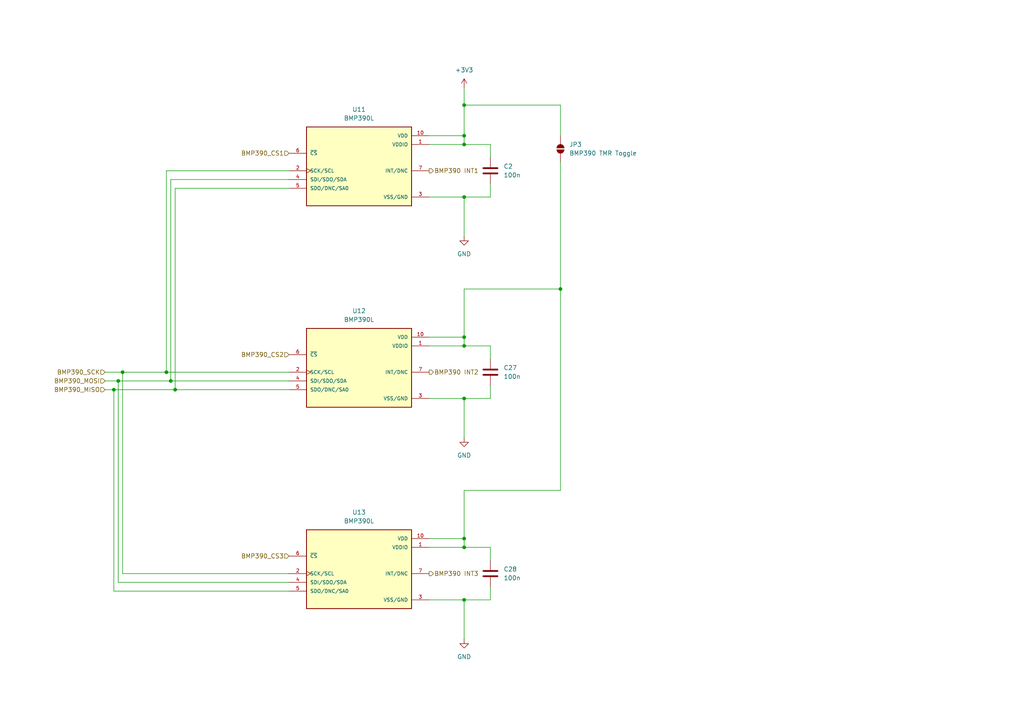
<source format=kicad_sch>
(kicad_sch (version 20250114) (generator "eeschema") (generator_version "9.0")
  (paper "A4")
  (title_block (title "BMP 390 Barometric Altimeter") (date "2025-11-05") (company "Liquid Rocketry at Illinois Airframe Avionics") (comment 1 "Designed by: Anthony J. Rodriguez (AE Student)"))
  (lib_symbols
    (symbol "BMP390L:BMP390L" (pin_names (offset 1.016))
      (property "Reference" "U" (at -15.24 15.24 0))
      (property "Value" "BMP390L" (at -15.24 -15.24 0))
      (symbol "BMP390L_0_0"
        (rectangle (start -15.24 -10.16) (end 15.24 12.7) (stroke (width 0.254)) (fill (type background)))
        (pin input line (at -20.32 5.08 0) (length 5.08) (name "~{CS}") (number "6"))
        (pin input clock (at -20.32 0 0) (length 5.08) (name "SCK/SCL") (number "2"))
        (pin bidirectional line (at -20.32 -2.54 0) (length 5.08) (name "SDI/SDO/SDA") (number "4"))
        (pin bidirectional line (at -20.32 -5.08 0) (length 5.08) (name "SDO/DNC/SA0") (number "5"))
        (pin power_in line (at 20.32 10.16 180) (length 5.08) (name "VDD") (number "10"))
        (pin power_in line (at 20.32 7.62 180) (length 5.08) (name "VDDIO") (number "1"))
        (pin output line (at 20.32 0 180) (length 5.08) (name "INT/DNC") (number "7"))
        (pin power_in line (at 20.32 -7.62 180) (length 5.08) (name "VSS/GND") (number "3"))
        (pin power_in line (at 20.32 -7.62 180) (length 5.08) (hide yes) (name "VSS/GND") (number "8"))
        (pin power_in line (at 20.32 -7.62 180) (length 5.08) (hide yes) (name "VSS/GND") (number "9"))
      )
    )
    (symbol "Device:C" (pin_numbers (hide yes)) (pin_names (offset 0.254))
      (property "Reference" "C" (at 0.635 2.54 0))
      (property "Value" "C" (at 0.635 -2.54 0))
      (symbol "C_0_1"
        (polyline (pts (xy -2.032 0.762) (xy 2.032 0.762)) (stroke (width 0.508)))
        (polyline (pts (xy -2.032 -0.762) (xy 2.032 -0.762)) (stroke (width 0.508)))
      )
      (symbol "C_1_1"
        (pin passive line (at 0 3.81 270) (length 2.794) (name "~") (number "1"))
        (pin passive line (at 0 -3.81 90) (length 2.794) (name "~") (number "2"))
      )
    )
    (symbol "Jumper:SolderJumper_2_Open" (pin_numbers (hide yes)) (pin_names (offset 0) (hide yes)) (in_bom no)
      (property "Reference" "JP" (at 0 2.032 0))
      (property "Value" "SolderJumper_2_Open" (at 0 -2.54 0))
      (symbol "SolderJumper_2_Open_0_1"
        (polyline (pts (xy -0.254 1.016) (xy -0.254 -1.016)))
        (arc (start -0.254 -1.016) (mid -1.2656 0) (end -0.254 1.016))
        (arc (start -0.254 -1.016) (mid -1.2656 0) (end -0.254 1.016) (fill (type outline)))
        (arc (start 0.254 1.016) (mid 1.2656 0) (end 0.254 -1.016))
        (arc (start 0.254 1.016) (mid 1.2656 0) (end 0.254 -1.016) (fill (type outline)))
        (polyline (pts (xy 0.254 1.016) (xy 0.254 -1.016)))
      )
      (symbol "SolderJumper_2_Open_1_1"
        (pin passive line (at -3.81 0 0) (length 2.54) (name "A") (number "1"))
        (pin passive line (at 3.81 0 180) (length 2.54) (name "B") (number "2"))
      )
    )
    (symbol "power:+3V3" (power) (pin_numbers (hide yes)) (pin_names (offset 0) (hide yes))
      (property "Value" "+3V3" (at 0 3.556 0))
      (symbol "+3V3_0_1"
        (polyline (pts (xy -0.762 1.27) (xy 0 2.54)))
        (polyline (pts (xy 0 2.54) (xy 0.762 1.27)))
        (polyline (pts (xy 0 0) (xy 0 2.54)))
      )
      (symbol "+3V3_1_1"
        (pin power_in line (at 0 0 90) (length 0) (name "~") (number "1"))
      )
    )
    (symbol "power:GND" (power) (pin_numbers (hide yes)) (pin_names (offset 0) (hide yes))
      (property "Value" "GND" (at 0 -3.81 0))
      (symbol "GND_0_1"
        (polyline (pts (xy 0 0) (xy 0 -1.27) (xy 1.27 -1.27) (xy 0 -2.54) (xy -1.27 -1.27) (xy 0 -1.27)))
      )
      (symbol "GND_1_1"
        (pin power_in line (at 0 0 270) (length 0) (name "~") (number "1"))
      )
    )
  )
  (junction (at 162.56 83.82))
  (junction (at 134.62 41.91))
  (junction (at 134.62 100.33))
  (junction (at 134.62 97.79))
  (junction (at 134.62 57.15))
  (junction (at 35.56 107.95))
  (junction (at 34.29 110.49))
  (junction (at 50.8 113.03))
  (junction (at 134.62 30.48))
  (junction (at 33.02 113.03))
  (junction (at 48.26 107.95))
  (junction (at 134.62 115.57))
  (junction (at 134.62 156.21))
  (junction (at 134.62 173.99))
  (junction (at 49.53 110.49))
  (junction (at 134.62 39.37))
  (junction (at 134.62 158.75))
  (wire (pts (xy 134.62 83.82) (xy 134.62 97.79)))
  (wire (pts (xy 134.62 57.15) (xy 134.62 68.58)))
  (wire (pts (xy 162.56 30.48) (xy 134.62 30.48)))
  (wire (pts (xy 134.62 142.24) (xy 162.56 142.24)))
  (wire (pts (xy 124.46 41.91) (xy 134.62 41.91)))
  (wire (pts (xy 142.24 57.15) (xy 134.62 57.15)))
  (wire (pts (xy 134.62 30.48) (xy 134.62 39.37)))
  (wire (pts (xy 142.24 158.75) (xy 134.62 158.75)))
  (wire (pts (xy 49.53 52.07) (xy 83.82 52.07)))
  (wire (pts (xy 49.53 52.07) (xy 49.53 110.49)))
  (wire (pts (xy 134.62 39.37) (xy 134.62 41.91)))
  (wire (pts (xy 162.56 83.82) (xy 162.56 46.99)))
  (wire (pts (xy 30.48 107.95) (xy 35.56 107.95)))
  (wire (pts (xy 49.53 110.49) (xy 83.82 110.49)))
  (wire (pts (xy 48.26 107.95) (xy 83.82 107.95)))
  (wire (pts (xy 124.46 173.99) (xy 134.62 173.99)))
  (wire (pts (xy 134.62 142.24) (xy 134.62 156.21)))
  (wire (pts (xy 124.46 97.79) (xy 134.62 97.79)))
  (wire (pts (xy 83.82 49.53) (xy 48.26 49.53)))
  (wire (pts (xy 142.24 41.91) (xy 142.24 45.72)))
  (wire (pts (xy 134.62 115.57) (xy 134.62 127)))
  (wire (pts (xy 142.24 53.34) (xy 142.24 57.15)))
  (wire (pts (xy 33.02 113.03) (xy 33.02 171.45)))
  (wire (pts (xy 124.46 158.75) (xy 134.62 158.75)))
  (wire (pts (xy 124.46 39.37) (xy 134.62 39.37)))
  (wire (pts (xy 142.24 170.18) (xy 142.24 173.99)))
  (wire (pts (xy 35.56 166.37) (xy 83.82 166.37)))
  (wire (pts (xy 50.8 54.61) (xy 83.82 54.61)))
  (wire (pts (xy 134.62 173.99) (xy 134.62 185.42)))
  (wire (pts (xy 142.24 100.33) (xy 134.62 100.33)))
  (wire (pts (xy 162.56 39.37) (xy 162.56 30.48)))
  (wire (pts (xy 124.46 115.57) (xy 134.62 115.57)))
  (wire (pts (xy 142.24 111.76) (xy 142.24 115.57)))
  (wire (pts (xy 34.29 110.49) (xy 49.53 110.49)))
  (wire (pts (xy 35.56 107.95) (xy 35.56 166.37)))
  (wire (pts (xy 34.29 110.49) (xy 34.29 168.91)))
  (wire (pts (xy 124.46 100.33) (xy 134.62 100.33)))
  (wire (pts (xy 142.24 41.91) (xy 134.62 41.91)))
  (wire (pts (xy 33.02 171.45) (xy 83.82 171.45)))
  (wire (pts (xy 34.29 168.91) (xy 83.82 168.91)))
  (wire (pts (xy 30.48 110.49) (xy 34.29 110.49)))
  (wire (pts (xy 35.56 107.95) (xy 48.26 107.95)))
  (wire (pts (xy 142.24 115.57) (xy 134.62 115.57)))
  (wire (pts (xy 142.24 100.33) (xy 142.24 104.14)))
  (wire (pts (xy 50.8 113.03) (xy 83.82 113.03)))
  (wire (pts (xy 50.8 113.03) (xy 50.8 54.61)))
  (wire (pts (xy 134.62 97.79) (xy 134.62 100.33)))
  (wire (pts (xy 134.62 156.21) (xy 134.62 158.75)))
  (wire (pts (xy 134.62 83.82) (xy 162.56 83.82)))
  (wire (pts (xy 142.24 158.75) (xy 142.24 162.56)))
  (wire (pts (xy 124.46 156.21) (xy 134.62 156.21)))
  (wire (pts (xy 33.02 113.03) (xy 50.8 113.03)))
  (wire (pts (xy 48.26 49.53) (xy 48.26 107.95)))
  (wire (pts (xy 162.56 142.24) (xy 162.56 83.82)))
  (wire (pts (xy 124.46 57.15) (xy 134.62 57.15)))
  (wire (pts (xy 142.24 173.99) (xy 134.62 173.99)))
  (wire (pts (xy 134.62 25.4) (xy 134.62 30.48)))
  (wire (pts (xy 30.48 113.03) (xy 33.02 113.03)))
  (hierarchical_label "BMP390_SCK" (shape input) (at 30.48 107.95 180))
  (hierarchical_label "BMP390 INT2" (shape output) (at 124.46 107.95 0))
  (hierarchical_label "BMP390_MOSI" (shape input) (at 30.48 110.49 180))
  (hierarchical_label "BMP390_CS1" (shape input) (at 83.82 44.45 180))
  (hierarchical_label "BMP390 INT3" (shape output) (at 124.46 166.37 0))
  (hierarchical_label "BMP390 INT1" (shape output) (at 124.46 49.53 0))
  (hierarchical_label "BMP390_CS2" (shape input) (at 83.82 102.87 180))
  (hierarchical_label "BMP390_MISO" (shape input) (at 30.48 113.03 180))
  (hierarchical_label "BMP390_CS3" (shape input) (at 83.82 161.29 180))
  (symbol (lib_id "Jumper:SolderJumper_2_Open") (at 162.56 43.18 90) (unit 1) (in_bom no)
    (property "Reference" "JP3" (at 165.1 41.9099 90) (effects (justify right)))
    (property "Value" "BMP390 TMR Toggle" (at 165.1 44.4499 90) (effects (justify right)))
    (property "Footprint" "Resistor_SMD:R_0603_1608Metric_Pad0.98x0.95mm_HandSolder" (effects (hide yes)))
    (property "Description" "Solder Jumper, 2-pole, open" (effects (hide yes)))
  )
  (symbol (lib_id "power:GND") (at 134.62 185.42 0) (unit 1)
    (property "Reference" "#PWR058" (effects (hide yes)))
    (property "Value" "GND" (at 134.62 190.5 0))
    (property "Description" "Power symbol creates a global label with name \"GND\" , ground" (effects (hide yes)))
  )
  (symbol (lib_id "BMP390L:BMP390L") (at 104.14 107.95 0) (unit 1)
    (property "Reference" "U12" (at 104.14 90.17 0))
    (property "Value" "BMP390L" (at 104.14 92.71 0))
    (property "Footprint" "BMP390L:XDCR_BMP390L" (effects (hide yes)))
    (property "MF" "Bosch Sensortec" (effects (hide yes)))
    (property "MAXIMUM_PACKAGE_HEIGHT" "0.8 mm" (effects (hide yes)))
    (property "Package" "None" (effects (hide yes)))
    (property "Price" "None" (effects (hide yes)))
    (property "Check_prices" "https://www.snapeda.com/parts/BMP390L/Bosch/view-part/?ref=eda" (effects (hide yes)))
    (property "STANDARD" "Manufacturer Recommendation" (effects (hide yes)))
    (property "PARTREV" "1.7" (effects (hide yes)))
    (property "SnapEDA_Link" "https://www.snapeda.com/parts/BMP390L/Bosch/view-part/?ref=snap" (effects (hide yes)))
    (property "MP" "BMP390L" (effects (hide yes)))
    (property "Description_1" "Pressure Sensor Development Tools Evaluation Shuttle Board for the BMP390L" (effects (hide yes)))
    (property "MANUFACTURER" "BOSCH" (effects (hide yes)))
    (property "Availability" "In Stock" (effects (hide yes)))
    (property "SNAPEDA_PN" "BMP390L" (effects (hide yes)))
  )
  (symbol (lib_id "BMP390L:BMP390L") (at 104.14 49.53 0) (unit 1)
    (property "Reference" "U11" (at 104.14 31.75 0))
    (property "Value" "BMP390L" (at 104.14 34.29 0))
    (property "Footprint" "BMP390L:XDCR_BMP390L" (effects (hide yes)))
    (property "MF" "Bosch Sensortec" (effects (hide yes)))
    (property "MAXIMUM_PACKAGE_HEIGHT" "0.8 mm" (effects (hide yes)))
    (property "Package" "None" (effects (hide yes)))
    (property "Price" "None" (effects (hide yes)))
    (property "Check_prices" "https://www.snapeda.com/parts/BMP390L/Bosch/view-part/?ref=eda" (effects (hide yes)))
    (property "STANDARD" "Manufacturer Recommendation" (effects (hide yes)))
    (property "PARTREV" "1.7" (effects (hide yes)))
    (property "SnapEDA_Link" "https://www.snapeda.com/parts/BMP390L/Bosch/view-part/?ref=snap" (effects (hide yes)))
    (property "MP" "BMP390L" (effects (hide yes)))
    (property "Description_1" "Pressure Sensor Development Tools Evaluation Shuttle Board for the BMP390L" (effects (hide yes)))
    (property "MANUFACTURER" "BOSCH" (effects (hide yes)))
    (property "Availability" "In Stock" (effects (hide yes)))
    (property "SNAPEDA_PN" "BMP390L" (effects (hide yes)))
  )
  (symbol (lib_id "Device:C") (at 142.24 107.95 0) (unit 1)
    (property "Reference" "C27" (at 146.05 106.6799 0) (effects (justify left)))
    (property "Value" "100n" (at 146.05 109.2199 0) (effects (justify left)))
    (property "Footprint" "Capacitor_SMD:C_0603_1608Metric" (effects (hide yes)))
    (property "Description" "Unpolarized capacitor" (effects (hide yes)))
  )
  (symbol (lib_id "BMP390L:BMP390L") (at 104.14 166.37 0) (unit 1)
    (property "Reference" "U13" (at 104.14 148.59 0))
    (property "Value" "BMP390L" (at 104.14 151.13 0))
    (property "Footprint" "BMP390L:XDCR_BMP390L" (effects (hide yes)))
    (property "MF" "Bosch Sensortec" (effects (hide yes)))
    (property "MAXIMUM_PACKAGE_HEIGHT" "0.8 mm" (effects (hide yes)))
    (property "Package" "None" (effects (hide yes)))
    (property "Price" "None" (effects (hide yes)))
    (property "Check_prices" "https://www.snapeda.com/parts/BMP390L/Bosch/view-part/?ref=eda" (effects (hide yes)))
    (property "STANDARD" "Manufacturer Recommendation" (effects (hide yes)))
    (property "PARTREV" "1.7" (effects (hide yes)))
    (property "SnapEDA_Link" "https://www.snapeda.com/parts/BMP390L/Bosch/view-part/?ref=snap" (effects (hide yes)))
    (property "MP" "BMP390L" (effects (hide yes)))
    (property "Description_1" "Pressure Sensor Development Tools Evaluation Shuttle Board for the BMP390L" (effects (hide yes)))
    (property "MANUFACTURER" "BOSCH" (effects (hide yes)))
    (property "Availability" "In Stock" (effects (hide yes)))
    (property "SNAPEDA_PN" "BMP390L" (effects (hide yes)))
  )
  (symbol (lib_id "power:GND") (at 134.62 127 0) (unit 1)
    (property "Reference" "#PWR056" (effects (hide yes)))
    (property "Value" "GND" (at 134.62 132.08 0))
    (property "Description" "Power symbol creates a global label with name \"GND\" , ground" (effects (hide yes)))
  )
  (symbol (lib_id "power:+3V3") (at 134.62 25.4 0) (unit 1)
    (property "Reference" "#PWR053" (effects (hide yes)))
    (property "Value" "+3V3" (at 134.62 20.32 0))
    (property "Description" "Power symbol creates a global label with name \"+3V3\"" (effects (hide yes)))
  )
  (symbol (lib_id "Device:C") (at 142.24 166.37 0) (unit 1)
    (property "Reference" "C28" (at 146.05 165.0999 0) (effects (justify left)))
    (property "Value" "100n" (at 146.05 167.6399 0) (effects (justify left)))
    (property "Footprint" "Capacitor_SMD:C_0603_1608Metric" (effects (hide yes)))
    (property "Description" "Unpolarized capacitor" (effects (hide yes)))
  )
  (symbol (lib_id "Device:C") (at 142.24 49.53 0) (unit 1)
    (property "Reference" "C2" (at 146.05 48.2599 0) (effects (justify left)))
    (property "Value" "100n" (at 146.05 50.7999 0) (effects (justify left)))
    (property "Footprint" "Capacitor_SMD:C_0603_1608Metric" (effects (hide yes)))
    (property "Description" "Unpolarized capacitor" (effects (hide yes)))
  )
  (symbol (lib_id "power:GND") (at 134.62 68.58 0) (unit 1)
    (property "Reference" "#PWR054" (effects (hide yes)))
    (property "Value" "GND" (at 134.62 73.66 0))
    (property "Description" "Power symbol creates a global label with name \"GND\" , ground" (effects (hide yes)))
  )
)
</source>
